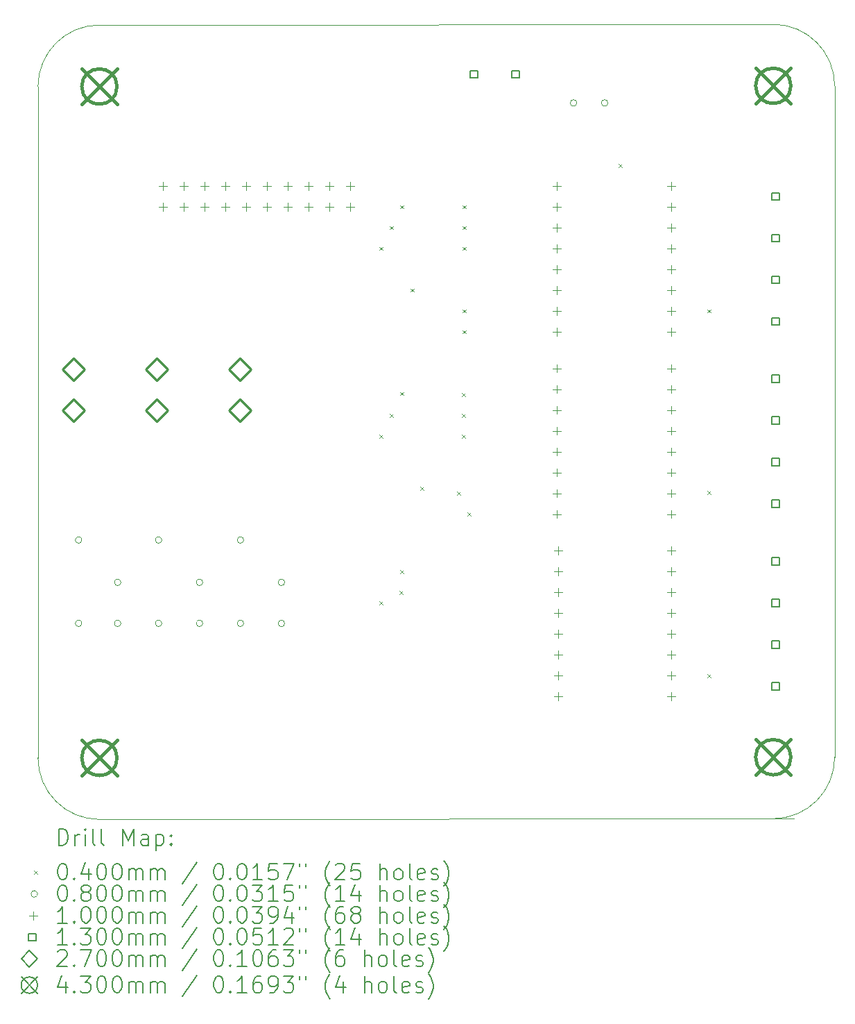
<source format=gbr>
%TF.GenerationSoftware,KiCad,Pcbnew,6.0.11+dfsg-1*%
%TF.CreationDate,2023-07-27T12:15:34+02:00*%
%TF.ProjectId,CartesianRobotElectricalDocs,43617274-6573-4696-916e-526f626f7445,rev?*%
%TF.SameCoordinates,Original*%
%TF.FileFunction,Drillmap*%
%TF.FilePolarity,Positive*%
%FSLAX45Y45*%
G04 Gerber Fmt 4.5, Leading zero omitted, Abs format (unit mm)*
G04 Created by KiCad (PCBNEW 6.0.11+dfsg-1) date 2023-07-27 12:15:34*
%MOMM*%
%LPD*%
G01*
G04 APERTURE LIST*
%ADD10C,0.100000*%
%ADD11C,0.200000*%
%ADD12C,0.040000*%
%ADD13C,0.080000*%
%ADD14C,0.130000*%
%ADD15C,0.270000*%
%ADD16C,0.430000*%
G04 APERTURE END LIST*
D10*
X11176000Y-3367000D02*
X19403200Y-3358600D01*
X10426000Y-12305070D02*
G75*
G03*
X11176000Y-13055070I750000J0D01*
G01*
X11176000Y-3367000D02*
G75*
G03*
X10426000Y-4117000I0J-750000D01*
G01*
X20153200Y-4108600D02*
X20153200Y-12296670D01*
X10426000Y-12305070D02*
X10426000Y-4117000D01*
X19657200Y-13046670D02*
X11176000Y-13055070D01*
X19403200Y-13046670D02*
G75*
G03*
X20153200Y-12296670I0J750000D01*
G01*
X20153200Y-4108600D02*
G75*
G03*
X19403200Y-3358600I-750000J0D01*
G01*
D11*
D12*
X14597000Y-6072500D02*
X14637000Y-6112500D01*
X14637000Y-6072500D02*
X14597000Y-6112500D01*
X14597000Y-8362000D02*
X14637000Y-8402000D01*
X14637000Y-8362000D02*
X14597000Y-8402000D01*
X14597000Y-10394000D02*
X14637000Y-10434000D01*
X14637000Y-10394000D02*
X14597000Y-10434000D01*
X14724000Y-5818500D02*
X14764000Y-5858500D01*
X14764000Y-5818500D02*
X14724000Y-5858500D01*
X14724000Y-8108000D02*
X14764000Y-8148000D01*
X14764000Y-8108000D02*
X14724000Y-8148000D01*
X14839000Y-10267000D02*
X14879000Y-10307000D01*
X14879000Y-10267000D02*
X14839000Y-10307000D01*
X14851000Y-5564500D02*
X14891000Y-5604500D01*
X14891000Y-5564500D02*
X14851000Y-5604500D01*
X14851000Y-7842000D02*
X14891000Y-7882000D01*
X14891000Y-7842000D02*
X14851000Y-7882000D01*
X14851000Y-10013000D02*
X14891000Y-10053000D01*
X14891000Y-10013000D02*
X14851000Y-10053000D01*
X14978000Y-6580500D02*
X15018000Y-6620500D01*
X15018000Y-6580500D02*
X14978000Y-6620500D01*
X15093000Y-8997000D02*
X15133000Y-9037000D01*
X15133000Y-8997000D02*
X15093000Y-9037000D01*
X15540040Y-9057960D02*
X15580040Y-9097960D01*
X15580040Y-9057960D02*
X15540040Y-9097960D01*
X15601000Y-7854000D02*
X15641000Y-7894000D01*
X15641000Y-7854000D02*
X15601000Y-7894000D01*
X15601000Y-8108000D02*
X15641000Y-8148000D01*
X15641000Y-8108000D02*
X15601000Y-8148000D01*
X15601000Y-8362000D02*
X15641000Y-8402000D01*
X15641000Y-8362000D02*
X15601000Y-8402000D01*
X15613000Y-5564500D02*
X15653000Y-5604500D01*
X15653000Y-5564500D02*
X15613000Y-5604500D01*
X15613000Y-5818500D02*
X15653000Y-5858500D01*
X15653000Y-5818500D02*
X15613000Y-5858500D01*
X15613000Y-6072500D02*
X15653000Y-6112500D01*
X15653000Y-6072500D02*
X15613000Y-6112500D01*
X15613000Y-6834500D02*
X15653000Y-6874500D01*
X15653000Y-6834500D02*
X15613000Y-6874500D01*
X15613000Y-7088500D02*
X15653000Y-7128500D01*
X15653000Y-7088500D02*
X15613000Y-7128500D01*
X15667040Y-9311960D02*
X15707040Y-9351960D01*
X15707040Y-9311960D02*
X15667040Y-9351960D01*
X17518000Y-5060000D02*
X17558000Y-5100000D01*
X17558000Y-5060000D02*
X17518000Y-5100000D01*
X18597500Y-6834500D02*
X18637500Y-6874500D01*
X18637500Y-6834500D02*
X18597500Y-6874500D01*
X18597500Y-9048500D02*
X18637500Y-9088500D01*
X18637500Y-9048500D02*
X18597500Y-9088500D01*
X18597500Y-11283000D02*
X18637500Y-11323000D01*
X18637500Y-11283000D02*
X18597500Y-11323000D01*
D13*
X10962000Y-9648000D02*
G75*
G03*
X10962000Y-9648000I-40000J0D01*
G01*
X10962000Y-10664000D02*
G75*
G03*
X10962000Y-10664000I-40000J0D01*
G01*
X11438500Y-10164000D02*
G75*
G03*
X11438500Y-10164000I-40000J0D01*
G01*
X11438500Y-10664000D02*
G75*
G03*
X11438500Y-10664000I-40000J0D01*
G01*
X11938500Y-9648000D02*
G75*
G03*
X11938500Y-9648000I-40000J0D01*
G01*
X11938500Y-10664000D02*
G75*
G03*
X11938500Y-10664000I-40000J0D01*
G01*
X12438500Y-10164000D02*
G75*
G03*
X12438500Y-10164000I-40000J0D01*
G01*
X12438500Y-10664000D02*
G75*
G03*
X12438500Y-10664000I-40000J0D01*
G01*
X12938500Y-9648000D02*
G75*
G03*
X12938500Y-9648000I-40000J0D01*
G01*
X12938500Y-10664000D02*
G75*
G03*
X12938500Y-10664000I-40000J0D01*
G01*
X13438500Y-10164000D02*
G75*
G03*
X13438500Y-10164000I-40000J0D01*
G01*
X13438500Y-10664000D02*
G75*
G03*
X13438500Y-10664000I-40000J0D01*
G01*
X17004735Y-4318000D02*
G75*
G03*
X17004735Y-4318000I-40000J0D01*
G01*
X17384735Y-4318000D02*
G75*
G03*
X17384735Y-4318000I-40000J0D01*
G01*
D10*
X11950000Y-5280500D02*
X11950000Y-5380500D01*
X11900000Y-5330500D02*
X12000000Y-5330500D01*
X11950000Y-5534500D02*
X11950000Y-5634500D01*
X11900000Y-5584500D02*
X12000000Y-5584500D01*
X12204000Y-5280500D02*
X12204000Y-5380500D01*
X12154000Y-5330500D02*
X12254000Y-5330500D01*
X12204000Y-5534500D02*
X12204000Y-5634500D01*
X12154000Y-5584500D02*
X12254000Y-5584500D01*
X12458000Y-5280500D02*
X12458000Y-5380500D01*
X12408000Y-5330500D02*
X12508000Y-5330500D01*
X12458000Y-5534500D02*
X12458000Y-5634500D01*
X12408000Y-5584500D02*
X12508000Y-5584500D01*
X12712000Y-5280500D02*
X12712000Y-5380500D01*
X12662000Y-5330500D02*
X12762000Y-5330500D01*
X12712000Y-5534500D02*
X12712000Y-5634500D01*
X12662000Y-5584500D02*
X12762000Y-5584500D01*
X12966000Y-5280500D02*
X12966000Y-5380500D01*
X12916000Y-5330500D02*
X13016000Y-5330500D01*
X12966000Y-5534500D02*
X12966000Y-5634500D01*
X12916000Y-5584500D02*
X13016000Y-5584500D01*
X13220000Y-5280500D02*
X13220000Y-5380500D01*
X13170000Y-5330500D02*
X13270000Y-5330500D01*
X13220000Y-5534500D02*
X13220000Y-5634500D01*
X13170000Y-5584500D02*
X13270000Y-5584500D01*
X13474000Y-5280500D02*
X13474000Y-5380500D01*
X13424000Y-5330500D02*
X13524000Y-5330500D01*
X13474000Y-5534500D02*
X13474000Y-5634500D01*
X13424000Y-5584500D02*
X13524000Y-5584500D01*
X13728000Y-5280500D02*
X13728000Y-5380500D01*
X13678000Y-5330500D02*
X13778000Y-5330500D01*
X13728000Y-5534500D02*
X13728000Y-5634500D01*
X13678000Y-5584500D02*
X13778000Y-5584500D01*
X13982000Y-5280500D02*
X13982000Y-5380500D01*
X13932000Y-5330500D02*
X14032000Y-5330500D01*
X13982000Y-5534500D02*
X13982000Y-5634500D01*
X13932000Y-5584500D02*
X14032000Y-5584500D01*
X14236000Y-5280500D02*
X14236000Y-5380500D01*
X14186000Y-5330500D02*
X14286000Y-5330500D01*
X14236000Y-5534500D02*
X14236000Y-5634500D01*
X14186000Y-5584500D02*
X14286000Y-5584500D01*
X16764000Y-5282000D02*
X16764000Y-5382000D01*
X16714000Y-5332000D02*
X16814000Y-5332000D01*
X16764000Y-5536000D02*
X16764000Y-5636000D01*
X16714000Y-5586000D02*
X16814000Y-5586000D01*
X16764000Y-5790000D02*
X16764000Y-5890000D01*
X16714000Y-5840000D02*
X16814000Y-5840000D01*
X16764000Y-6044000D02*
X16764000Y-6144000D01*
X16714000Y-6094000D02*
X16814000Y-6094000D01*
X16764000Y-6298000D02*
X16764000Y-6398000D01*
X16714000Y-6348000D02*
X16814000Y-6348000D01*
X16764000Y-6552000D02*
X16764000Y-6652000D01*
X16714000Y-6602000D02*
X16814000Y-6602000D01*
X16764000Y-6806000D02*
X16764000Y-6906000D01*
X16714000Y-6856000D02*
X16814000Y-6856000D01*
X16764000Y-7060000D02*
X16764000Y-7160000D01*
X16714000Y-7110000D02*
X16814000Y-7110000D01*
X16764000Y-7503960D02*
X16764000Y-7603960D01*
X16714000Y-7553960D02*
X16814000Y-7553960D01*
X16764000Y-7757960D02*
X16764000Y-7857960D01*
X16714000Y-7807960D02*
X16814000Y-7807960D01*
X16764000Y-8011960D02*
X16764000Y-8111960D01*
X16714000Y-8061960D02*
X16814000Y-8061960D01*
X16764000Y-8265960D02*
X16764000Y-8365960D01*
X16714000Y-8315960D02*
X16814000Y-8315960D01*
X16764000Y-8519960D02*
X16764000Y-8619960D01*
X16714000Y-8569960D02*
X16814000Y-8569960D01*
X16764000Y-8773960D02*
X16764000Y-8873960D01*
X16714000Y-8823960D02*
X16814000Y-8823960D01*
X16764000Y-9027960D02*
X16764000Y-9127960D01*
X16714000Y-9077960D02*
X16814000Y-9077960D01*
X16764000Y-9281960D02*
X16764000Y-9381960D01*
X16714000Y-9331960D02*
X16814000Y-9331960D01*
X16779240Y-9729000D02*
X16779240Y-9829000D01*
X16729240Y-9779000D02*
X16829240Y-9779000D01*
X16779240Y-9983000D02*
X16779240Y-10083000D01*
X16729240Y-10033000D02*
X16829240Y-10033000D01*
X16779240Y-10237000D02*
X16779240Y-10337000D01*
X16729240Y-10287000D02*
X16829240Y-10287000D01*
X16779240Y-10491000D02*
X16779240Y-10591000D01*
X16729240Y-10541000D02*
X16829240Y-10541000D01*
X16779240Y-10745000D02*
X16779240Y-10845000D01*
X16729240Y-10795000D02*
X16829240Y-10795000D01*
X16779240Y-10999000D02*
X16779240Y-11099000D01*
X16729240Y-11049000D02*
X16829240Y-11049000D01*
X16779240Y-11253000D02*
X16779240Y-11353000D01*
X16729240Y-11303000D02*
X16829240Y-11303000D01*
X16779240Y-11507000D02*
X16779240Y-11607000D01*
X16729240Y-11557000D02*
X16829240Y-11557000D01*
X18161000Y-5282000D02*
X18161000Y-5382000D01*
X18111000Y-5332000D02*
X18211000Y-5332000D01*
X18161000Y-5536000D02*
X18161000Y-5636000D01*
X18111000Y-5586000D02*
X18211000Y-5586000D01*
X18161000Y-5790000D02*
X18161000Y-5890000D01*
X18111000Y-5840000D02*
X18211000Y-5840000D01*
X18161000Y-6044000D02*
X18161000Y-6144000D01*
X18111000Y-6094000D02*
X18211000Y-6094000D01*
X18161000Y-6298000D02*
X18161000Y-6398000D01*
X18111000Y-6348000D02*
X18211000Y-6348000D01*
X18161000Y-6552000D02*
X18161000Y-6652000D01*
X18111000Y-6602000D02*
X18211000Y-6602000D01*
X18161000Y-6806000D02*
X18161000Y-6906000D01*
X18111000Y-6856000D02*
X18211000Y-6856000D01*
X18161000Y-7060000D02*
X18161000Y-7160000D01*
X18111000Y-7110000D02*
X18211000Y-7110000D01*
X18161000Y-7503960D02*
X18161000Y-7603960D01*
X18111000Y-7553960D02*
X18211000Y-7553960D01*
X18161000Y-7757960D02*
X18161000Y-7857960D01*
X18111000Y-7807960D02*
X18211000Y-7807960D01*
X18161000Y-8011960D02*
X18161000Y-8111960D01*
X18111000Y-8061960D02*
X18211000Y-8061960D01*
X18161000Y-8265960D02*
X18161000Y-8365960D01*
X18111000Y-8315960D02*
X18211000Y-8315960D01*
X18161000Y-8519960D02*
X18161000Y-8619960D01*
X18111000Y-8569960D02*
X18211000Y-8569960D01*
X18161000Y-8773960D02*
X18161000Y-8873960D01*
X18111000Y-8823960D02*
X18211000Y-8823960D01*
X18161000Y-9027960D02*
X18161000Y-9127960D01*
X18111000Y-9077960D02*
X18211000Y-9077960D01*
X18161000Y-9281960D02*
X18161000Y-9381960D01*
X18111000Y-9331960D02*
X18211000Y-9331960D01*
X18161000Y-9727500D02*
X18161000Y-9827500D01*
X18111000Y-9777500D02*
X18211000Y-9777500D01*
X18161000Y-9981500D02*
X18161000Y-10081500D01*
X18111000Y-10031500D02*
X18211000Y-10031500D01*
X18161000Y-10235500D02*
X18161000Y-10335500D01*
X18111000Y-10285500D02*
X18211000Y-10285500D01*
X18161000Y-10489500D02*
X18161000Y-10589500D01*
X18111000Y-10539500D02*
X18211000Y-10539500D01*
X18161000Y-10743500D02*
X18161000Y-10843500D01*
X18111000Y-10793500D02*
X18211000Y-10793500D01*
X18161000Y-10997500D02*
X18161000Y-11097500D01*
X18111000Y-11047500D02*
X18211000Y-11047500D01*
X18161000Y-11251500D02*
X18161000Y-11351500D01*
X18111000Y-11301500D02*
X18211000Y-11301500D01*
X18161000Y-11505500D02*
X18161000Y-11605500D01*
X18111000Y-11555500D02*
X18211000Y-11555500D01*
D14*
X15793462Y-4013462D02*
X15793462Y-3921538D01*
X15701538Y-3921538D01*
X15701538Y-4013462D01*
X15793462Y-4013462D01*
X16301462Y-4013462D02*
X16301462Y-3921538D01*
X16209538Y-3921538D01*
X16209538Y-4013462D01*
X16301462Y-4013462D01*
X19476962Y-5503462D02*
X19476962Y-5411538D01*
X19385038Y-5411538D01*
X19385038Y-5503462D01*
X19476962Y-5503462D01*
X19476962Y-6011462D02*
X19476962Y-5919538D01*
X19385038Y-5919538D01*
X19385038Y-6011462D01*
X19476962Y-6011462D01*
X19476962Y-6519462D02*
X19476962Y-6427538D01*
X19385038Y-6427538D01*
X19385038Y-6519462D01*
X19476962Y-6519462D01*
X19476962Y-7027462D02*
X19476962Y-6935538D01*
X19385038Y-6935538D01*
X19385038Y-7027462D01*
X19476962Y-7027462D01*
X19476962Y-7726922D02*
X19476962Y-7634998D01*
X19385038Y-7634998D01*
X19385038Y-7726922D01*
X19476962Y-7726922D01*
X19476962Y-8234922D02*
X19476962Y-8142998D01*
X19385038Y-8142998D01*
X19385038Y-8234922D01*
X19476962Y-8234922D01*
X19476962Y-8742922D02*
X19476962Y-8650998D01*
X19385038Y-8650998D01*
X19385038Y-8742922D01*
X19476962Y-8742922D01*
X19476962Y-9250922D02*
X19476962Y-9158998D01*
X19385038Y-9158998D01*
X19385038Y-9250922D01*
X19476962Y-9250922D01*
X19476962Y-9951962D02*
X19476962Y-9860038D01*
X19385038Y-9860038D01*
X19385038Y-9951962D01*
X19476962Y-9951962D01*
X19476962Y-10459962D02*
X19476962Y-10368038D01*
X19385038Y-10368038D01*
X19385038Y-10459962D01*
X19476962Y-10459962D01*
X19476962Y-10967962D02*
X19476962Y-10876038D01*
X19385038Y-10876038D01*
X19385038Y-10967962D01*
X19476962Y-10967962D01*
X19476962Y-11475962D02*
X19476962Y-11384038D01*
X19385038Y-11384038D01*
X19385038Y-11475962D01*
X19476962Y-11475962D01*
D15*
X10858500Y-7699500D02*
X10993500Y-7564500D01*
X10858500Y-7429500D01*
X10723500Y-7564500D01*
X10858500Y-7699500D01*
X10858500Y-8199500D02*
X10993500Y-8064500D01*
X10858500Y-7929500D01*
X10723500Y-8064500D01*
X10858500Y-8199500D01*
X11874500Y-7699500D02*
X12009500Y-7564500D01*
X11874500Y-7429500D01*
X11739500Y-7564500D01*
X11874500Y-7699500D01*
X11874500Y-8199500D02*
X12009500Y-8064500D01*
X11874500Y-7929500D01*
X11739500Y-8064500D01*
X11874500Y-8199500D01*
X12890500Y-7699500D02*
X13025500Y-7564500D01*
X12890500Y-7429500D01*
X12755500Y-7564500D01*
X12890500Y-7699500D01*
X12890500Y-8199500D02*
X13025500Y-8064500D01*
X12890500Y-7929500D01*
X12755500Y-8064500D01*
X12890500Y-8199500D01*
D16*
X10961000Y-3902000D02*
X11391000Y-4332000D01*
X11391000Y-3902000D02*
X10961000Y-4332000D01*
X11391000Y-4117000D02*
G75*
G03*
X11391000Y-4117000I-215000J0D01*
G01*
X10961000Y-12090070D02*
X11391000Y-12520070D01*
X11391000Y-12090070D02*
X10961000Y-12520070D01*
X11391000Y-12305070D02*
G75*
G03*
X11391000Y-12305070I-215000J0D01*
G01*
X19188200Y-3893600D02*
X19618200Y-4323600D01*
X19618200Y-3893600D02*
X19188200Y-4323600D01*
X19618200Y-4108600D02*
G75*
G03*
X19618200Y-4108600I-215000J0D01*
G01*
X19188200Y-12081670D02*
X19618200Y-12511670D01*
X19618200Y-12081670D02*
X19188200Y-12511670D01*
X19618200Y-12296670D02*
G75*
G03*
X19618200Y-12296670I-215000J0D01*
G01*
D11*
X10678619Y-13370546D02*
X10678619Y-13170546D01*
X10726238Y-13170546D01*
X10754810Y-13180070D01*
X10773857Y-13199117D01*
X10783381Y-13218165D01*
X10792905Y-13256260D01*
X10792905Y-13284832D01*
X10783381Y-13322927D01*
X10773857Y-13341975D01*
X10754810Y-13361022D01*
X10726238Y-13370546D01*
X10678619Y-13370546D01*
X10878619Y-13370546D02*
X10878619Y-13237213D01*
X10878619Y-13275308D02*
X10888143Y-13256260D01*
X10897667Y-13246736D01*
X10916714Y-13237213D01*
X10935762Y-13237213D01*
X11002429Y-13370546D02*
X11002429Y-13237213D01*
X11002429Y-13170546D02*
X10992905Y-13180070D01*
X11002429Y-13189594D01*
X11011952Y-13180070D01*
X11002429Y-13170546D01*
X11002429Y-13189594D01*
X11126238Y-13370546D02*
X11107190Y-13361022D01*
X11097667Y-13341975D01*
X11097667Y-13170546D01*
X11231000Y-13370546D02*
X11211952Y-13361022D01*
X11202428Y-13341975D01*
X11202428Y-13170546D01*
X11459571Y-13370546D02*
X11459571Y-13170546D01*
X11526238Y-13313403D01*
X11592905Y-13170546D01*
X11592905Y-13370546D01*
X11773857Y-13370546D02*
X11773857Y-13265784D01*
X11764333Y-13246736D01*
X11745286Y-13237213D01*
X11707190Y-13237213D01*
X11688143Y-13246736D01*
X11773857Y-13361022D02*
X11754809Y-13370546D01*
X11707190Y-13370546D01*
X11688143Y-13361022D01*
X11678619Y-13341975D01*
X11678619Y-13322927D01*
X11688143Y-13303879D01*
X11707190Y-13294356D01*
X11754809Y-13294356D01*
X11773857Y-13284832D01*
X11869095Y-13237213D02*
X11869095Y-13437213D01*
X11869095Y-13246736D02*
X11888143Y-13237213D01*
X11926238Y-13237213D01*
X11945286Y-13246736D01*
X11954809Y-13256260D01*
X11964333Y-13275308D01*
X11964333Y-13332451D01*
X11954809Y-13351498D01*
X11945286Y-13361022D01*
X11926238Y-13370546D01*
X11888143Y-13370546D01*
X11869095Y-13361022D01*
X12050048Y-13351498D02*
X12059571Y-13361022D01*
X12050048Y-13370546D01*
X12040524Y-13361022D01*
X12050048Y-13351498D01*
X12050048Y-13370546D01*
X12050048Y-13246736D02*
X12059571Y-13256260D01*
X12050048Y-13265784D01*
X12040524Y-13256260D01*
X12050048Y-13246736D01*
X12050048Y-13265784D01*
D12*
X10381000Y-13680070D02*
X10421000Y-13720070D01*
X10421000Y-13680070D02*
X10381000Y-13720070D01*
D11*
X10716714Y-13590546D02*
X10735762Y-13590546D01*
X10754810Y-13600070D01*
X10764333Y-13609594D01*
X10773857Y-13628641D01*
X10783381Y-13666736D01*
X10783381Y-13714356D01*
X10773857Y-13752451D01*
X10764333Y-13771498D01*
X10754810Y-13781022D01*
X10735762Y-13790546D01*
X10716714Y-13790546D01*
X10697667Y-13781022D01*
X10688143Y-13771498D01*
X10678619Y-13752451D01*
X10669095Y-13714356D01*
X10669095Y-13666736D01*
X10678619Y-13628641D01*
X10688143Y-13609594D01*
X10697667Y-13600070D01*
X10716714Y-13590546D01*
X10869095Y-13771498D02*
X10878619Y-13781022D01*
X10869095Y-13790546D01*
X10859571Y-13781022D01*
X10869095Y-13771498D01*
X10869095Y-13790546D01*
X11050048Y-13657213D02*
X11050048Y-13790546D01*
X11002429Y-13581022D02*
X10954810Y-13723879D01*
X11078619Y-13723879D01*
X11192905Y-13590546D02*
X11211952Y-13590546D01*
X11231000Y-13600070D01*
X11240524Y-13609594D01*
X11250048Y-13628641D01*
X11259571Y-13666736D01*
X11259571Y-13714356D01*
X11250048Y-13752451D01*
X11240524Y-13771498D01*
X11231000Y-13781022D01*
X11211952Y-13790546D01*
X11192905Y-13790546D01*
X11173857Y-13781022D01*
X11164333Y-13771498D01*
X11154810Y-13752451D01*
X11145286Y-13714356D01*
X11145286Y-13666736D01*
X11154810Y-13628641D01*
X11164333Y-13609594D01*
X11173857Y-13600070D01*
X11192905Y-13590546D01*
X11383381Y-13590546D02*
X11402428Y-13590546D01*
X11421476Y-13600070D01*
X11431000Y-13609594D01*
X11440524Y-13628641D01*
X11450048Y-13666736D01*
X11450048Y-13714356D01*
X11440524Y-13752451D01*
X11431000Y-13771498D01*
X11421476Y-13781022D01*
X11402428Y-13790546D01*
X11383381Y-13790546D01*
X11364333Y-13781022D01*
X11354809Y-13771498D01*
X11345286Y-13752451D01*
X11335762Y-13714356D01*
X11335762Y-13666736D01*
X11345286Y-13628641D01*
X11354809Y-13609594D01*
X11364333Y-13600070D01*
X11383381Y-13590546D01*
X11535762Y-13790546D02*
X11535762Y-13657213D01*
X11535762Y-13676260D02*
X11545286Y-13666736D01*
X11564333Y-13657213D01*
X11592905Y-13657213D01*
X11611952Y-13666736D01*
X11621476Y-13685784D01*
X11621476Y-13790546D01*
X11621476Y-13685784D02*
X11631000Y-13666736D01*
X11650048Y-13657213D01*
X11678619Y-13657213D01*
X11697667Y-13666736D01*
X11707190Y-13685784D01*
X11707190Y-13790546D01*
X11802428Y-13790546D02*
X11802428Y-13657213D01*
X11802428Y-13676260D02*
X11811952Y-13666736D01*
X11831000Y-13657213D01*
X11859571Y-13657213D01*
X11878619Y-13666736D01*
X11888143Y-13685784D01*
X11888143Y-13790546D01*
X11888143Y-13685784D02*
X11897667Y-13666736D01*
X11916714Y-13657213D01*
X11945286Y-13657213D01*
X11964333Y-13666736D01*
X11973857Y-13685784D01*
X11973857Y-13790546D01*
X12364333Y-13581022D02*
X12192905Y-13838165D01*
X12621476Y-13590546D02*
X12640524Y-13590546D01*
X12659571Y-13600070D01*
X12669095Y-13609594D01*
X12678619Y-13628641D01*
X12688143Y-13666736D01*
X12688143Y-13714356D01*
X12678619Y-13752451D01*
X12669095Y-13771498D01*
X12659571Y-13781022D01*
X12640524Y-13790546D01*
X12621476Y-13790546D01*
X12602428Y-13781022D01*
X12592905Y-13771498D01*
X12583381Y-13752451D01*
X12573857Y-13714356D01*
X12573857Y-13666736D01*
X12583381Y-13628641D01*
X12592905Y-13609594D01*
X12602428Y-13600070D01*
X12621476Y-13590546D01*
X12773857Y-13771498D02*
X12783381Y-13781022D01*
X12773857Y-13790546D01*
X12764333Y-13781022D01*
X12773857Y-13771498D01*
X12773857Y-13790546D01*
X12907190Y-13590546D02*
X12926238Y-13590546D01*
X12945286Y-13600070D01*
X12954809Y-13609594D01*
X12964333Y-13628641D01*
X12973857Y-13666736D01*
X12973857Y-13714356D01*
X12964333Y-13752451D01*
X12954809Y-13771498D01*
X12945286Y-13781022D01*
X12926238Y-13790546D01*
X12907190Y-13790546D01*
X12888143Y-13781022D01*
X12878619Y-13771498D01*
X12869095Y-13752451D01*
X12859571Y-13714356D01*
X12859571Y-13666736D01*
X12869095Y-13628641D01*
X12878619Y-13609594D01*
X12888143Y-13600070D01*
X12907190Y-13590546D01*
X13164333Y-13790546D02*
X13050048Y-13790546D01*
X13107190Y-13790546D02*
X13107190Y-13590546D01*
X13088143Y-13619117D01*
X13069095Y-13638165D01*
X13050048Y-13647689D01*
X13345286Y-13590546D02*
X13250048Y-13590546D01*
X13240524Y-13685784D01*
X13250048Y-13676260D01*
X13269095Y-13666736D01*
X13316714Y-13666736D01*
X13335762Y-13676260D01*
X13345286Y-13685784D01*
X13354809Y-13704832D01*
X13354809Y-13752451D01*
X13345286Y-13771498D01*
X13335762Y-13781022D01*
X13316714Y-13790546D01*
X13269095Y-13790546D01*
X13250048Y-13781022D01*
X13240524Y-13771498D01*
X13421476Y-13590546D02*
X13554809Y-13590546D01*
X13469095Y-13790546D01*
X13621476Y-13590546D02*
X13621476Y-13628641D01*
X13697667Y-13590546D02*
X13697667Y-13628641D01*
X13992905Y-13866736D02*
X13983381Y-13857213D01*
X13964333Y-13828641D01*
X13954809Y-13809594D01*
X13945286Y-13781022D01*
X13935762Y-13733403D01*
X13935762Y-13695308D01*
X13945286Y-13647689D01*
X13954809Y-13619117D01*
X13964333Y-13600070D01*
X13983381Y-13571498D01*
X13992905Y-13561975D01*
X14059571Y-13609594D02*
X14069095Y-13600070D01*
X14088143Y-13590546D01*
X14135762Y-13590546D01*
X14154809Y-13600070D01*
X14164333Y-13609594D01*
X14173857Y-13628641D01*
X14173857Y-13647689D01*
X14164333Y-13676260D01*
X14050048Y-13790546D01*
X14173857Y-13790546D01*
X14354809Y-13590546D02*
X14259571Y-13590546D01*
X14250048Y-13685784D01*
X14259571Y-13676260D01*
X14278619Y-13666736D01*
X14326238Y-13666736D01*
X14345286Y-13676260D01*
X14354809Y-13685784D01*
X14364333Y-13704832D01*
X14364333Y-13752451D01*
X14354809Y-13771498D01*
X14345286Y-13781022D01*
X14326238Y-13790546D01*
X14278619Y-13790546D01*
X14259571Y-13781022D01*
X14250048Y-13771498D01*
X14602428Y-13790546D02*
X14602428Y-13590546D01*
X14688143Y-13790546D02*
X14688143Y-13685784D01*
X14678619Y-13666736D01*
X14659571Y-13657213D01*
X14631000Y-13657213D01*
X14611952Y-13666736D01*
X14602428Y-13676260D01*
X14811952Y-13790546D02*
X14792905Y-13781022D01*
X14783381Y-13771498D01*
X14773857Y-13752451D01*
X14773857Y-13695308D01*
X14783381Y-13676260D01*
X14792905Y-13666736D01*
X14811952Y-13657213D01*
X14840524Y-13657213D01*
X14859571Y-13666736D01*
X14869095Y-13676260D01*
X14878619Y-13695308D01*
X14878619Y-13752451D01*
X14869095Y-13771498D01*
X14859571Y-13781022D01*
X14840524Y-13790546D01*
X14811952Y-13790546D01*
X14992905Y-13790546D02*
X14973857Y-13781022D01*
X14964333Y-13761975D01*
X14964333Y-13590546D01*
X15145286Y-13781022D02*
X15126238Y-13790546D01*
X15088143Y-13790546D01*
X15069095Y-13781022D01*
X15059571Y-13761975D01*
X15059571Y-13685784D01*
X15069095Y-13666736D01*
X15088143Y-13657213D01*
X15126238Y-13657213D01*
X15145286Y-13666736D01*
X15154809Y-13685784D01*
X15154809Y-13704832D01*
X15059571Y-13723879D01*
X15231000Y-13781022D02*
X15250048Y-13790546D01*
X15288143Y-13790546D01*
X15307190Y-13781022D01*
X15316714Y-13761975D01*
X15316714Y-13752451D01*
X15307190Y-13733403D01*
X15288143Y-13723879D01*
X15259571Y-13723879D01*
X15240524Y-13714356D01*
X15231000Y-13695308D01*
X15231000Y-13685784D01*
X15240524Y-13666736D01*
X15259571Y-13657213D01*
X15288143Y-13657213D01*
X15307190Y-13666736D01*
X15383381Y-13866736D02*
X15392905Y-13857213D01*
X15411952Y-13828641D01*
X15421476Y-13809594D01*
X15431000Y-13781022D01*
X15440524Y-13733403D01*
X15440524Y-13695308D01*
X15431000Y-13647689D01*
X15421476Y-13619117D01*
X15411952Y-13600070D01*
X15392905Y-13571498D01*
X15383381Y-13561975D01*
D13*
X10421000Y-13964070D02*
G75*
G03*
X10421000Y-13964070I-40000J0D01*
G01*
D11*
X10716714Y-13854546D02*
X10735762Y-13854546D01*
X10754810Y-13864070D01*
X10764333Y-13873594D01*
X10773857Y-13892641D01*
X10783381Y-13930736D01*
X10783381Y-13978356D01*
X10773857Y-14016451D01*
X10764333Y-14035498D01*
X10754810Y-14045022D01*
X10735762Y-14054546D01*
X10716714Y-14054546D01*
X10697667Y-14045022D01*
X10688143Y-14035498D01*
X10678619Y-14016451D01*
X10669095Y-13978356D01*
X10669095Y-13930736D01*
X10678619Y-13892641D01*
X10688143Y-13873594D01*
X10697667Y-13864070D01*
X10716714Y-13854546D01*
X10869095Y-14035498D02*
X10878619Y-14045022D01*
X10869095Y-14054546D01*
X10859571Y-14045022D01*
X10869095Y-14035498D01*
X10869095Y-14054546D01*
X10992905Y-13940260D02*
X10973857Y-13930736D01*
X10964333Y-13921213D01*
X10954810Y-13902165D01*
X10954810Y-13892641D01*
X10964333Y-13873594D01*
X10973857Y-13864070D01*
X10992905Y-13854546D01*
X11031000Y-13854546D01*
X11050048Y-13864070D01*
X11059571Y-13873594D01*
X11069095Y-13892641D01*
X11069095Y-13902165D01*
X11059571Y-13921213D01*
X11050048Y-13930736D01*
X11031000Y-13940260D01*
X10992905Y-13940260D01*
X10973857Y-13949784D01*
X10964333Y-13959308D01*
X10954810Y-13978356D01*
X10954810Y-14016451D01*
X10964333Y-14035498D01*
X10973857Y-14045022D01*
X10992905Y-14054546D01*
X11031000Y-14054546D01*
X11050048Y-14045022D01*
X11059571Y-14035498D01*
X11069095Y-14016451D01*
X11069095Y-13978356D01*
X11059571Y-13959308D01*
X11050048Y-13949784D01*
X11031000Y-13940260D01*
X11192905Y-13854546D02*
X11211952Y-13854546D01*
X11231000Y-13864070D01*
X11240524Y-13873594D01*
X11250048Y-13892641D01*
X11259571Y-13930736D01*
X11259571Y-13978356D01*
X11250048Y-14016451D01*
X11240524Y-14035498D01*
X11231000Y-14045022D01*
X11211952Y-14054546D01*
X11192905Y-14054546D01*
X11173857Y-14045022D01*
X11164333Y-14035498D01*
X11154810Y-14016451D01*
X11145286Y-13978356D01*
X11145286Y-13930736D01*
X11154810Y-13892641D01*
X11164333Y-13873594D01*
X11173857Y-13864070D01*
X11192905Y-13854546D01*
X11383381Y-13854546D02*
X11402428Y-13854546D01*
X11421476Y-13864070D01*
X11431000Y-13873594D01*
X11440524Y-13892641D01*
X11450048Y-13930736D01*
X11450048Y-13978356D01*
X11440524Y-14016451D01*
X11431000Y-14035498D01*
X11421476Y-14045022D01*
X11402428Y-14054546D01*
X11383381Y-14054546D01*
X11364333Y-14045022D01*
X11354809Y-14035498D01*
X11345286Y-14016451D01*
X11335762Y-13978356D01*
X11335762Y-13930736D01*
X11345286Y-13892641D01*
X11354809Y-13873594D01*
X11364333Y-13864070D01*
X11383381Y-13854546D01*
X11535762Y-14054546D02*
X11535762Y-13921213D01*
X11535762Y-13940260D02*
X11545286Y-13930736D01*
X11564333Y-13921213D01*
X11592905Y-13921213D01*
X11611952Y-13930736D01*
X11621476Y-13949784D01*
X11621476Y-14054546D01*
X11621476Y-13949784D02*
X11631000Y-13930736D01*
X11650048Y-13921213D01*
X11678619Y-13921213D01*
X11697667Y-13930736D01*
X11707190Y-13949784D01*
X11707190Y-14054546D01*
X11802428Y-14054546D02*
X11802428Y-13921213D01*
X11802428Y-13940260D02*
X11811952Y-13930736D01*
X11831000Y-13921213D01*
X11859571Y-13921213D01*
X11878619Y-13930736D01*
X11888143Y-13949784D01*
X11888143Y-14054546D01*
X11888143Y-13949784D02*
X11897667Y-13930736D01*
X11916714Y-13921213D01*
X11945286Y-13921213D01*
X11964333Y-13930736D01*
X11973857Y-13949784D01*
X11973857Y-14054546D01*
X12364333Y-13845022D02*
X12192905Y-14102165D01*
X12621476Y-13854546D02*
X12640524Y-13854546D01*
X12659571Y-13864070D01*
X12669095Y-13873594D01*
X12678619Y-13892641D01*
X12688143Y-13930736D01*
X12688143Y-13978356D01*
X12678619Y-14016451D01*
X12669095Y-14035498D01*
X12659571Y-14045022D01*
X12640524Y-14054546D01*
X12621476Y-14054546D01*
X12602428Y-14045022D01*
X12592905Y-14035498D01*
X12583381Y-14016451D01*
X12573857Y-13978356D01*
X12573857Y-13930736D01*
X12583381Y-13892641D01*
X12592905Y-13873594D01*
X12602428Y-13864070D01*
X12621476Y-13854546D01*
X12773857Y-14035498D02*
X12783381Y-14045022D01*
X12773857Y-14054546D01*
X12764333Y-14045022D01*
X12773857Y-14035498D01*
X12773857Y-14054546D01*
X12907190Y-13854546D02*
X12926238Y-13854546D01*
X12945286Y-13864070D01*
X12954809Y-13873594D01*
X12964333Y-13892641D01*
X12973857Y-13930736D01*
X12973857Y-13978356D01*
X12964333Y-14016451D01*
X12954809Y-14035498D01*
X12945286Y-14045022D01*
X12926238Y-14054546D01*
X12907190Y-14054546D01*
X12888143Y-14045022D01*
X12878619Y-14035498D01*
X12869095Y-14016451D01*
X12859571Y-13978356D01*
X12859571Y-13930736D01*
X12869095Y-13892641D01*
X12878619Y-13873594D01*
X12888143Y-13864070D01*
X12907190Y-13854546D01*
X13040524Y-13854546D02*
X13164333Y-13854546D01*
X13097667Y-13930736D01*
X13126238Y-13930736D01*
X13145286Y-13940260D01*
X13154809Y-13949784D01*
X13164333Y-13968832D01*
X13164333Y-14016451D01*
X13154809Y-14035498D01*
X13145286Y-14045022D01*
X13126238Y-14054546D01*
X13069095Y-14054546D01*
X13050048Y-14045022D01*
X13040524Y-14035498D01*
X13354809Y-14054546D02*
X13240524Y-14054546D01*
X13297667Y-14054546D02*
X13297667Y-13854546D01*
X13278619Y-13883117D01*
X13259571Y-13902165D01*
X13240524Y-13911689D01*
X13535762Y-13854546D02*
X13440524Y-13854546D01*
X13431000Y-13949784D01*
X13440524Y-13940260D01*
X13459571Y-13930736D01*
X13507190Y-13930736D01*
X13526238Y-13940260D01*
X13535762Y-13949784D01*
X13545286Y-13968832D01*
X13545286Y-14016451D01*
X13535762Y-14035498D01*
X13526238Y-14045022D01*
X13507190Y-14054546D01*
X13459571Y-14054546D01*
X13440524Y-14045022D01*
X13431000Y-14035498D01*
X13621476Y-13854546D02*
X13621476Y-13892641D01*
X13697667Y-13854546D02*
X13697667Y-13892641D01*
X13992905Y-14130736D02*
X13983381Y-14121213D01*
X13964333Y-14092641D01*
X13954809Y-14073594D01*
X13945286Y-14045022D01*
X13935762Y-13997403D01*
X13935762Y-13959308D01*
X13945286Y-13911689D01*
X13954809Y-13883117D01*
X13964333Y-13864070D01*
X13983381Y-13835498D01*
X13992905Y-13825975D01*
X14173857Y-14054546D02*
X14059571Y-14054546D01*
X14116714Y-14054546D02*
X14116714Y-13854546D01*
X14097667Y-13883117D01*
X14078619Y-13902165D01*
X14059571Y-13911689D01*
X14345286Y-13921213D02*
X14345286Y-14054546D01*
X14297667Y-13845022D02*
X14250048Y-13987879D01*
X14373857Y-13987879D01*
X14602428Y-14054546D02*
X14602428Y-13854546D01*
X14688143Y-14054546D02*
X14688143Y-13949784D01*
X14678619Y-13930736D01*
X14659571Y-13921213D01*
X14631000Y-13921213D01*
X14611952Y-13930736D01*
X14602428Y-13940260D01*
X14811952Y-14054546D02*
X14792905Y-14045022D01*
X14783381Y-14035498D01*
X14773857Y-14016451D01*
X14773857Y-13959308D01*
X14783381Y-13940260D01*
X14792905Y-13930736D01*
X14811952Y-13921213D01*
X14840524Y-13921213D01*
X14859571Y-13930736D01*
X14869095Y-13940260D01*
X14878619Y-13959308D01*
X14878619Y-14016451D01*
X14869095Y-14035498D01*
X14859571Y-14045022D01*
X14840524Y-14054546D01*
X14811952Y-14054546D01*
X14992905Y-14054546D02*
X14973857Y-14045022D01*
X14964333Y-14025975D01*
X14964333Y-13854546D01*
X15145286Y-14045022D02*
X15126238Y-14054546D01*
X15088143Y-14054546D01*
X15069095Y-14045022D01*
X15059571Y-14025975D01*
X15059571Y-13949784D01*
X15069095Y-13930736D01*
X15088143Y-13921213D01*
X15126238Y-13921213D01*
X15145286Y-13930736D01*
X15154809Y-13949784D01*
X15154809Y-13968832D01*
X15059571Y-13987879D01*
X15231000Y-14045022D02*
X15250048Y-14054546D01*
X15288143Y-14054546D01*
X15307190Y-14045022D01*
X15316714Y-14025975D01*
X15316714Y-14016451D01*
X15307190Y-13997403D01*
X15288143Y-13987879D01*
X15259571Y-13987879D01*
X15240524Y-13978356D01*
X15231000Y-13959308D01*
X15231000Y-13949784D01*
X15240524Y-13930736D01*
X15259571Y-13921213D01*
X15288143Y-13921213D01*
X15307190Y-13930736D01*
X15383381Y-14130736D02*
X15392905Y-14121213D01*
X15411952Y-14092641D01*
X15421476Y-14073594D01*
X15431000Y-14045022D01*
X15440524Y-13997403D01*
X15440524Y-13959308D01*
X15431000Y-13911689D01*
X15421476Y-13883117D01*
X15411952Y-13864070D01*
X15392905Y-13835498D01*
X15383381Y-13825975D01*
D10*
X10371000Y-14178070D02*
X10371000Y-14278070D01*
X10321000Y-14228070D02*
X10421000Y-14228070D01*
D11*
X10783381Y-14318546D02*
X10669095Y-14318546D01*
X10726238Y-14318546D02*
X10726238Y-14118546D01*
X10707190Y-14147117D01*
X10688143Y-14166165D01*
X10669095Y-14175689D01*
X10869095Y-14299498D02*
X10878619Y-14309022D01*
X10869095Y-14318546D01*
X10859571Y-14309022D01*
X10869095Y-14299498D01*
X10869095Y-14318546D01*
X11002429Y-14118546D02*
X11021476Y-14118546D01*
X11040524Y-14128070D01*
X11050048Y-14137594D01*
X11059571Y-14156641D01*
X11069095Y-14194736D01*
X11069095Y-14242356D01*
X11059571Y-14280451D01*
X11050048Y-14299498D01*
X11040524Y-14309022D01*
X11021476Y-14318546D01*
X11002429Y-14318546D01*
X10983381Y-14309022D01*
X10973857Y-14299498D01*
X10964333Y-14280451D01*
X10954810Y-14242356D01*
X10954810Y-14194736D01*
X10964333Y-14156641D01*
X10973857Y-14137594D01*
X10983381Y-14128070D01*
X11002429Y-14118546D01*
X11192905Y-14118546D02*
X11211952Y-14118546D01*
X11231000Y-14128070D01*
X11240524Y-14137594D01*
X11250048Y-14156641D01*
X11259571Y-14194736D01*
X11259571Y-14242356D01*
X11250048Y-14280451D01*
X11240524Y-14299498D01*
X11231000Y-14309022D01*
X11211952Y-14318546D01*
X11192905Y-14318546D01*
X11173857Y-14309022D01*
X11164333Y-14299498D01*
X11154810Y-14280451D01*
X11145286Y-14242356D01*
X11145286Y-14194736D01*
X11154810Y-14156641D01*
X11164333Y-14137594D01*
X11173857Y-14128070D01*
X11192905Y-14118546D01*
X11383381Y-14118546D02*
X11402428Y-14118546D01*
X11421476Y-14128070D01*
X11431000Y-14137594D01*
X11440524Y-14156641D01*
X11450048Y-14194736D01*
X11450048Y-14242356D01*
X11440524Y-14280451D01*
X11431000Y-14299498D01*
X11421476Y-14309022D01*
X11402428Y-14318546D01*
X11383381Y-14318546D01*
X11364333Y-14309022D01*
X11354809Y-14299498D01*
X11345286Y-14280451D01*
X11335762Y-14242356D01*
X11335762Y-14194736D01*
X11345286Y-14156641D01*
X11354809Y-14137594D01*
X11364333Y-14128070D01*
X11383381Y-14118546D01*
X11535762Y-14318546D02*
X11535762Y-14185213D01*
X11535762Y-14204260D02*
X11545286Y-14194736D01*
X11564333Y-14185213D01*
X11592905Y-14185213D01*
X11611952Y-14194736D01*
X11621476Y-14213784D01*
X11621476Y-14318546D01*
X11621476Y-14213784D02*
X11631000Y-14194736D01*
X11650048Y-14185213D01*
X11678619Y-14185213D01*
X11697667Y-14194736D01*
X11707190Y-14213784D01*
X11707190Y-14318546D01*
X11802428Y-14318546D02*
X11802428Y-14185213D01*
X11802428Y-14204260D02*
X11811952Y-14194736D01*
X11831000Y-14185213D01*
X11859571Y-14185213D01*
X11878619Y-14194736D01*
X11888143Y-14213784D01*
X11888143Y-14318546D01*
X11888143Y-14213784D02*
X11897667Y-14194736D01*
X11916714Y-14185213D01*
X11945286Y-14185213D01*
X11964333Y-14194736D01*
X11973857Y-14213784D01*
X11973857Y-14318546D01*
X12364333Y-14109022D02*
X12192905Y-14366165D01*
X12621476Y-14118546D02*
X12640524Y-14118546D01*
X12659571Y-14128070D01*
X12669095Y-14137594D01*
X12678619Y-14156641D01*
X12688143Y-14194736D01*
X12688143Y-14242356D01*
X12678619Y-14280451D01*
X12669095Y-14299498D01*
X12659571Y-14309022D01*
X12640524Y-14318546D01*
X12621476Y-14318546D01*
X12602428Y-14309022D01*
X12592905Y-14299498D01*
X12583381Y-14280451D01*
X12573857Y-14242356D01*
X12573857Y-14194736D01*
X12583381Y-14156641D01*
X12592905Y-14137594D01*
X12602428Y-14128070D01*
X12621476Y-14118546D01*
X12773857Y-14299498D02*
X12783381Y-14309022D01*
X12773857Y-14318546D01*
X12764333Y-14309022D01*
X12773857Y-14299498D01*
X12773857Y-14318546D01*
X12907190Y-14118546D02*
X12926238Y-14118546D01*
X12945286Y-14128070D01*
X12954809Y-14137594D01*
X12964333Y-14156641D01*
X12973857Y-14194736D01*
X12973857Y-14242356D01*
X12964333Y-14280451D01*
X12954809Y-14299498D01*
X12945286Y-14309022D01*
X12926238Y-14318546D01*
X12907190Y-14318546D01*
X12888143Y-14309022D01*
X12878619Y-14299498D01*
X12869095Y-14280451D01*
X12859571Y-14242356D01*
X12859571Y-14194736D01*
X12869095Y-14156641D01*
X12878619Y-14137594D01*
X12888143Y-14128070D01*
X12907190Y-14118546D01*
X13040524Y-14118546D02*
X13164333Y-14118546D01*
X13097667Y-14194736D01*
X13126238Y-14194736D01*
X13145286Y-14204260D01*
X13154809Y-14213784D01*
X13164333Y-14232832D01*
X13164333Y-14280451D01*
X13154809Y-14299498D01*
X13145286Y-14309022D01*
X13126238Y-14318546D01*
X13069095Y-14318546D01*
X13050048Y-14309022D01*
X13040524Y-14299498D01*
X13259571Y-14318546D02*
X13297667Y-14318546D01*
X13316714Y-14309022D01*
X13326238Y-14299498D01*
X13345286Y-14270927D01*
X13354809Y-14232832D01*
X13354809Y-14156641D01*
X13345286Y-14137594D01*
X13335762Y-14128070D01*
X13316714Y-14118546D01*
X13278619Y-14118546D01*
X13259571Y-14128070D01*
X13250048Y-14137594D01*
X13240524Y-14156641D01*
X13240524Y-14204260D01*
X13250048Y-14223308D01*
X13259571Y-14232832D01*
X13278619Y-14242356D01*
X13316714Y-14242356D01*
X13335762Y-14232832D01*
X13345286Y-14223308D01*
X13354809Y-14204260D01*
X13526238Y-14185213D02*
X13526238Y-14318546D01*
X13478619Y-14109022D02*
X13431000Y-14251879D01*
X13554809Y-14251879D01*
X13621476Y-14118546D02*
X13621476Y-14156641D01*
X13697667Y-14118546D02*
X13697667Y-14156641D01*
X13992905Y-14394736D02*
X13983381Y-14385213D01*
X13964333Y-14356641D01*
X13954809Y-14337594D01*
X13945286Y-14309022D01*
X13935762Y-14261403D01*
X13935762Y-14223308D01*
X13945286Y-14175689D01*
X13954809Y-14147117D01*
X13964333Y-14128070D01*
X13983381Y-14099498D01*
X13992905Y-14089975D01*
X14154809Y-14118546D02*
X14116714Y-14118546D01*
X14097667Y-14128070D01*
X14088143Y-14137594D01*
X14069095Y-14166165D01*
X14059571Y-14204260D01*
X14059571Y-14280451D01*
X14069095Y-14299498D01*
X14078619Y-14309022D01*
X14097667Y-14318546D01*
X14135762Y-14318546D01*
X14154809Y-14309022D01*
X14164333Y-14299498D01*
X14173857Y-14280451D01*
X14173857Y-14232832D01*
X14164333Y-14213784D01*
X14154809Y-14204260D01*
X14135762Y-14194736D01*
X14097667Y-14194736D01*
X14078619Y-14204260D01*
X14069095Y-14213784D01*
X14059571Y-14232832D01*
X14288143Y-14204260D02*
X14269095Y-14194736D01*
X14259571Y-14185213D01*
X14250048Y-14166165D01*
X14250048Y-14156641D01*
X14259571Y-14137594D01*
X14269095Y-14128070D01*
X14288143Y-14118546D01*
X14326238Y-14118546D01*
X14345286Y-14128070D01*
X14354809Y-14137594D01*
X14364333Y-14156641D01*
X14364333Y-14166165D01*
X14354809Y-14185213D01*
X14345286Y-14194736D01*
X14326238Y-14204260D01*
X14288143Y-14204260D01*
X14269095Y-14213784D01*
X14259571Y-14223308D01*
X14250048Y-14242356D01*
X14250048Y-14280451D01*
X14259571Y-14299498D01*
X14269095Y-14309022D01*
X14288143Y-14318546D01*
X14326238Y-14318546D01*
X14345286Y-14309022D01*
X14354809Y-14299498D01*
X14364333Y-14280451D01*
X14364333Y-14242356D01*
X14354809Y-14223308D01*
X14345286Y-14213784D01*
X14326238Y-14204260D01*
X14602428Y-14318546D02*
X14602428Y-14118546D01*
X14688143Y-14318546D02*
X14688143Y-14213784D01*
X14678619Y-14194736D01*
X14659571Y-14185213D01*
X14631000Y-14185213D01*
X14611952Y-14194736D01*
X14602428Y-14204260D01*
X14811952Y-14318546D02*
X14792905Y-14309022D01*
X14783381Y-14299498D01*
X14773857Y-14280451D01*
X14773857Y-14223308D01*
X14783381Y-14204260D01*
X14792905Y-14194736D01*
X14811952Y-14185213D01*
X14840524Y-14185213D01*
X14859571Y-14194736D01*
X14869095Y-14204260D01*
X14878619Y-14223308D01*
X14878619Y-14280451D01*
X14869095Y-14299498D01*
X14859571Y-14309022D01*
X14840524Y-14318546D01*
X14811952Y-14318546D01*
X14992905Y-14318546D02*
X14973857Y-14309022D01*
X14964333Y-14289975D01*
X14964333Y-14118546D01*
X15145286Y-14309022D02*
X15126238Y-14318546D01*
X15088143Y-14318546D01*
X15069095Y-14309022D01*
X15059571Y-14289975D01*
X15059571Y-14213784D01*
X15069095Y-14194736D01*
X15088143Y-14185213D01*
X15126238Y-14185213D01*
X15145286Y-14194736D01*
X15154809Y-14213784D01*
X15154809Y-14232832D01*
X15059571Y-14251879D01*
X15231000Y-14309022D02*
X15250048Y-14318546D01*
X15288143Y-14318546D01*
X15307190Y-14309022D01*
X15316714Y-14289975D01*
X15316714Y-14280451D01*
X15307190Y-14261403D01*
X15288143Y-14251879D01*
X15259571Y-14251879D01*
X15240524Y-14242356D01*
X15231000Y-14223308D01*
X15231000Y-14213784D01*
X15240524Y-14194736D01*
X15259571Y-14185213D01*
X15288143Y-14185213D01*
X15307190Y-14194736D01*
X15383381Y-14394736D02*
X15392905Y-14385213D01*
X15411952Y-14356641D01*
X15421476Y-14337594D01*
X15431000Y-14309022D01*
X15440524Y-14261403D01*
X15440524Y-14223308D01*
X15431000Y-14175689D01*
X15421476Y-14147117D01*
X15411952Y-14128070D01*
X15392905Y-14099498D01*
X15383381Y-14089975D01*
D14*
X10401962Y-14538032D02*
X10401962Y-14446107D01*
X10310038Y-14446107D01*
X10310038Y-14538032D01*
X10401962Y-14538032D01*
D11*
X10783381Y-14582546D02*
X10669095Y-14582546D01*
X10726238Y-14582546D02*
X10726238Y-14382546D01*
X10707190Y-14411117D01*
X10688143Y-14430165D01*
X10669095Y-14439689D01*
X10869095Y-14563498D02*
X10878619Y-14573022D01*
X10869095Y-14582546D01*
X10859571Y-14573022D01*
X10869095Y-14563498D01*
X10869095Y-14582546D01*
X10945286Y-14382546D02*
X11069095Y-14382546D01*
X11002429Y-14458736D01*
X11031000Y-14458736D01*
X11050048Y-14468260D01*
X11059571Y-14477784D01*
X11069095Y-14496832D01*
X11069095Y-14544451D01*
X11059571Y-14563498D01*
X11050048Y-14573022D01*
X11031000Y-14582546D01*
X10973857Y-14582546D01*
X10954810Y-14573022D01*
X10945286Y-14563498D01*
X11192905Y-14382546D02*
X11211952Y-14382546D01*
X11231000Y-14392070D01*
X11240524Y-14401594D01*
X11250048Y-14420641D01*
X11259571Y-14458736D01*
X11259571Y-14506356D01*
X11250048Y-14544451D01*
X11240524Y-14563498D01*
X11231000Y-14573022D01*
X11211952Y-14582546D01*
X11192905Y-14582546D01*
X11173857Y-14573022D01*
X11164333Y-14563498D01*
X11154810Y-14544451D01*
X11145286Y-14506356D01*
X11145286Y-14458736D01*
X11154810Y-14420641D01*
X11164333Y-14401594D01*
X11173857Y-14392070D01*
X11192905Y-14382546D01*
X11383381Y-14382546D02*
X11402428Y-14382546D01*
X11421476Y-14392070D01*
X11431000Y-14401594D01*
X11440524Y-14420641D01*
X11450048Y-14458736D01*
X11450048Y-14506356D01*
X11440524Y-14544451D01*
X11431000Y-14563498D01*
X11421476Y-14573022D01*
X11402428Y-14582546D01*
X11383381Y-14582546D01*
X11364333Y-14573022D01*
X11354809Y-14563498D01*
X11345286Y-14544451D01*
X11335762Y-14506356D01*
X11335762Y-14458736D01*
X11345286Y-14420641D01*
X11354809Y-14401594D01*
X11364333Y-14392070D01*
X11383381Y-14382546D01*
X11535762Y-14582546D02*
X11535762Y-14449213D01*
X11535762Y-14468260D02*
X11545286Y-14458736D01*
X11564333Y-14449213D01*
X11592905Y-14449213D01*
X11611952Y-14458736D01*
X11621476Y-14477784D01*
X11621476Y-14582546D01*
X11621476Y-14477784D02*
X11631000Y-14458736D01*
X11650048Y-14449213D01*
X11678619Y-14449213D01*
X11697667Y-14458736D01*
X11707190Y-14477784D01*
X11707190Y-14582546D01*
X11802428Y-14582546D02*
X11802428Y-14449213D01*
X11802428Y-14468260D02*
X11811952Y-14458736D01*
X11831000Y-14449213D01*
X11859571Y-14449213D01*
X11878619Y-14458736D01*
X11888143Y-14477784D01*
X11888143Y-14582546D01*
X11888143Y-14477784D02*
X11897667Y-14458736D01*
X11916714Y-14449213D01*
X11945286Y-14449213D01*
X11964333Y-14458736D01*
X11973857Y-14477784D01*
X11973857Y-14582546D01*
X12364333Y-14373022D02*
X12192905Y-14630165D01*
X12621476Y-14382546D02*
X12640524Y-14382546D01*
X12659571Y-14392070D01*
X12669095Y-14401594D01*
X12678619Y-14420641D01*
X12688143Y-14458736D01*
X12688143Y-14506356D01*
X12678619Y-14544451D01*
X12669095Y-14563498D01*
X12659571Y-14573022D01*
X12640524Y-14582546D01*
X12621476Y-14582546D01*
X12602428Y-14573022D01*
X12592905Y-14563498D01*
X12583381Y-14544451D01*
X12573857Y-14506356D01*
X12573857Y-14458736D01*
X12583381Y-14420641D01*
X12592905Y-14401594D01*
X12602428Y-14392070D01*
X12621476Y-14382546D01*
X12773857Y-14563498D02*
X12783381Y-14573022D01*
X12773857Y-14582546D01*
X12764333Y-14573022D01*
X12773857Y-14563498D01*
X12773857Y-14582546D01*
X12907190Y-14382546D02*
X12926238Y-14382546D01*
X12945286Y-14392070D01*
X12954809Y-14401594D01*
X12964333Y-14420641D01*
X12973857Y-14458736D01*
X12973857Y-14506356D01*
X12964333Y-14544451D01*
X12954809Y-14563498D01*
X12945286Y-14573022D01*
X12926238Y-14582546D01*
X12907190Y-14582546D01*
X12888143Y-14573022D01*
X12878619Y-14563498D01*
X12869095Y-14544451D01*
X12859571Y-14506356D01*
X12859571Y-14458736D01*
X12869095Y-14420641D01*
X12878619Y-14401594D01*
X12888143Y-14392070D01*
X12907190Y-14382546D01*
X13154809Y-14382546D02*
X13059571Y-14382546D01*
X13050048Y-14477784D01*
X13059571Y-14468260D01*
X13078619Y-14458736D01*
X13126238Y-14458736D01*
X13145286Y-14468260D01*
X13154809Y-14477784D01*
X13164333Y-14496832D01*
X13164333Y-14544451D01*
X13154809Y-14563498D01*
X13145286Y-14573022D01*
X13126238Y-14582546D01*
X13078619Y-14582546D01*
X13059571Y-14573022D01*
X13050048Y-14563498D01*
X13354809Y-14582546D02*
X13240524Y-14582546D01*
X13297667Y-14582546D02*
X13297667Y-14382546D01*
X13278619Y-14411117D01*
X13259571Y-14430165D01*
X13240524Y-14439689D01*
X13431000Y-14401594D02*
X13440524Y-14392070D01*
X13459571Y-14382546D01*
X13507190Y-14382546D01*
X13526238Y-14392070D01*
X13535762Y-14401594D01*
X13545286Y-14420641D01*
X13545286Y-14439689D01*
X13535762Y-14468260D01*
X13421476Y-14582546D01*
X13545286Y-14582546D01*
X13621476Y-14382546D02*
X13621476Y-14420641D01*
X13697667Y-14382546D02*
X13697667Y-14420641D01*
X13992905Y-14658736D02*
X13983381Y-14649213D01*
X13964333Y-14620641D01*
X13954809Y-14601594D01*
X13945286Y-14573022D01*
X13935762Y-14525403D01*
X13935762Y-14487308D01*
X13945286Y-14439689D01*
X13954809Y-14411117D01*
X13964333Y-14392070D01*
X13983381Y-14363498D01*
X13992905Y-14353975D01*
X14173857Y-14582546D02*
X14059571Y-14582546D01*
X14116714Y-14582546D02*
X14116714Y-14382546D01*
X14097667Y-14411117D01*
X14078619Y-14430165D01*
X14059571Y-14439689D01*
X14345286Y-14449213D02*
X14345286Y-14582546D01*
X14297667Y-14373022D02*
X14250048Y-14515879D01*
X14373857Y-14515879D01*
X14602428Y-14582546D02*
X14602428Y-14382546D01*
X14688143Y-14582546D02*
X14688143Y-14477784D01*
X14678619Y-14458736D01*
X14659571Y-14449213D01*
X14631000Y-14449213D01*
X14611952Y-14458736D01*
X14602428Y-14468260D01*
X14811952Y-14582546D02*
X14792905Y-14573022D01*
X14783381Y-14563498D01*
X14773857Y-14544451D01*
X14773857Y-14487308D01*
X14783381Y-14468260D01*
X14792905Y-14458736D01*
X14811952Y-14449213D01*
X14840524Y-14449213D01*
X14859571Y-14458736D01*
X14869095Y-14468260D01*
X14878619Y-14487308D01*
X14878619Y-14544451D01*
X14869095Y-14563498D01*
X14859571Y-14573022D01*
X14840524Y-14582546D01*
X14811952Y-14582546D01*
X14992905Y-14582546D02*
X14973857Y-14573022D01*
X14964333Y-14553975D01*
X14964333Y-14382546D01*
X15145286Y-14573022D02*
X15126238Y-14582546D01*
X15088143Y-14582546D01*
X15069095Y-14573022D01*
X15059571Y-14553975D01*
X15059571Y-14477784D01*
X15069095Y-14458736D01*
X15088143Y-14449213D01*
X15126238Y-14449213D01*
X15145286Y-14458736D01*
X15154809Y-14477784D01*
X15154809Y-14496832D01*
X15059571Y-14515879D01*
X15231000Y-14573022D02*
X15250048Y-14582546D01*
X15288143Y-14582546D01*
X15307190Y-14573022D01*
X15316714Y-14553975D01*
X15316714Y-14544451D01*
X15307190Y-14525403D01*
X15288143Y-14515879D01*
X15259571Y-14515879D01*
X15240524Y-14506356D01*
X15231000Y-14487308D01*
X15231000Y-14477784D01*
X15240524Y-14458736D01*
X15259571Y-14449213D01*
X15288143Y-14449213D01*
X15307190Y-14458736D01*
X15383381Y-14658736D02*
X15392905Y-14649213D01*
X15411952Y-14620641D01*
X15421476Y-14601594D01*
X15431000Y-14573022D01*
X15440524Y-14525403D01*
X15440524Y-14487308D01*
X15431000Y-14439689D01*
X15421476Y-14411117D01*
X15411952Y-14392070D01*
X15392905Y-14363498D01*
X15383381Y-14353975D01*
X10321000Y-14856070D02*
X10421000Y-14756070D01*
X10321000Y-14656070D01*
X10221000Y-14756070D01*
X10321000Y-14856070D01*
X10669095Y-14665594D02*
X10678619Y-14656070D01*
X10697667Y-14646546D01*
X10745286Y-14646546D01*
X10764333Y-14656070D01*
X10773857Y-14665594D01*
X10783381Y-14684641D01*
X10783381Y-14703689D01*
X10773857Y-14732260D01*
X10659571Y-14846546D01*
X10783381Y-14846546D01*
X10869095Y-14827498D02*
X10878619Y-14837022D01*
X10869095Y-14846546D01*
X10859571Y-14837022D01*
X10869095Y-14827498D01*
X10869095Y-14846546D01*
X10945286Y-14646546D02*
X11078619Y-14646546D01*
X10992905Y-14846546D01*
X11192905Y-14646546D02*
X11211952Y-14646546D01*
X11231000Y-14656070D01*
X11240524Y-14665594D01*
X11250048Y-14684641D01*
X11259571Y-14722736D01*
X11259571Y-14770356D01*
X11250048Y-14808451D01*
X11240524Y-14827498D01*
X11231000Y-14837022D01*
X11211952Y-14846546D01*
X11192905Y-14846546D01*
X11173857Y-14837022D01*
X11164333Y-14827498D01*
X11154810Y-14808451D01*
X11145286Y-14770356D01*
X11145286Y-14722736D01*
X11154810Y-14684641D01*
X11164333Y-14665594D01*
X11173857Y-14656070D01*
X11192905Y-14646546D01*
X11383381Y-14646546D02*
X11402428Y-14646546D01*
X11421476Y-14656070D01*
X11431000Y-14665594D01*
X11440524Y-14684641D01*
X11450048Y-14722736D01*
X11450048Y-14770356D01*
X11440524Y-14808451D01*
X11431000Y-14827498D01*
X11421476Y-14837022D01*
X11402428Y-14846546D01*
X11383381Y-14846546D01*
X11364333Y-14837022D01*
X11354809Y-14827498D01*
X11345286Y-14808451D01*
X11335762Y-14770356D01*
X11335762Y-14722736D01*
X11345286Y-14684641D01*
X11354809Y-14665594D01*
X11364333Y-14656070D01*
X11383381Y-14646546D01*
X11535762Y-14846546D02*
X11535762Y-14713213D01*
X11535762Y-14732260D02*
X11545286Y-14722736D01*
X11564333Y-14713213D01*
X11592905Y-14713213D01*
X11611952Y-14722736D01*
X11621476Y-14741784D01*
X11621476Y-14846546D01*
X11621476Y-14741784D02*
X11631000Y-14722736D01*
X11650048Y-14713213D01*
X11678619Y-14713213D01*
X11697667Y-14722736D01*
X11707190Y-14741784D01*
X11707190Y-14846546D01*
X11802428Y-14846546D02*
X11802428Y-14713213D01*
X11802428Y-14732260D02*
X11811952Y-14722736D01*
X11831000Y-14713213D01*
X11859571Y-14713213D01*
X11878619Y-14722736D01*
X11888143Y-14741784D01*
X11888143Y-14846546D01*
X11888143Y-14741784D02*
X11897667Y-14722736D01*
X11916714Y-14713213D01*
X11945286Y-14713213D01*
X11964333Y-14722736D01*
X11973857Y-14741784D01*
X11973857Y-14846546D01*
X12364333Y-14637022D02*
X12192905Y-14894165D01*
X12621476Y-14646546D02*
X12640524Y-14646546D01*
X12659571Y-14656070D01*
X12669095Y-14665594D01*
X12678619Y-14684641D01*
X12688143Y-14722736D01*
X12688143Y-14770356D01*
X12678619Y-14808451D01*
X12669095Y-14827498D01*
X12659571Y-14837022D01*
X12640524Y-14846546D01*
X12621476Y-14846546D01*
X12602428Y-14837022D01*
X12592905Y-14827498D01*
X12583381Y-14808451D01*
X12573857Y-14770356D01*
X12573857Y-14722736D01*
X12583381Y-14684641D01*
X12592905Y-14665594D01*
X12602428Y-14656070D01*
X12621476Y-14646546D01*
X12773857Y-14827498D02*
X12783381Y-14837022D01*
X12773857Y-14846546D01*
X12764333Y-14837022D01*
X12773857Y-14827498D01*
X12773857Y-14846546D01*
X12973857Y-14846546D02*
X12859571Y-14846546D01*
X12916714Y-14846546D02*
X12916714Y-14646546D01*
X12897667Y-14675117D01*
X12878619Y-14694165D01*
X12859571Y-14703689D01*
X13097667Y-14646546D02*
X13116714Y-14646546D01*
X13135762Y-14656070D01*
X13145286Y-14665594D01*
X13154809Y-14684641D01*
X13164333Y-14722736D01*
X13164333Y-14770356D01*
X13154809Y-14808451D01*
X13145286Y-14827498D01*
X13135762Y-14837022D01*
X13116714Y-14846546D01*
X13097667Y-14846546D01*
X13078619Y-14837022D01*
X13069095Y-14827498D01*
X13059571Y-14808451D01*
X13050048Y-14770356D01*
X13050048Y-14722736D01*
X13059571Y-14684641D01*
X13069095Y-14665594D01*
X13078619Y-14656070D01*
X13097667Y-14646546D01*
X13335762Y-14646546D02*
X13297667Y-14646546D01*
X13278619Y-14656070D01*
X13269095Y-14665594D01*
X13250048Y-14694165D01*
X13240524Y-14732260D01*
X13240524Y-14808451D01*
X13250048Y-14827498D01*
X13259571Y-14837022D01*
X13278619Y-14846546D01*
X13316714Y-14846546D01*
X13335762Y-14837022D01*
X13345286Y-14827498D01*
X13354809Y-14808451D01*
X13354809Y-14760832D01*
X13345286Y-14741784D01*
X13335762Y-14732260D01*
X13316714Y-14722736D01*
X13278619Y-14722736D01*
X13259571Y-14732260D01*
X13250048Y-14741784D01*
X13240524Y-14760832D01*
X13421476Y-14646546D02*
X13545286Y-14646546D01*
X13478619Y-14722736D01*
X13507190Y-14722736D01*
X13526238Y-14732260D01*
X13535762Y-14741784D01*
X13545286Y-14760832D01*
X13545286Y-14808451D01*
X13535762Y-14827498D01*
X13526238Y-14837022D01*
X13507190Y-14846546D01*
X13450048Y-14846546D01*
X13431000Y-14837022D01*
X13421476Y-14827498D01*
X13621476Y-14646546D02*
X13621476Y-14684641D01*
X13697667Y-14646546D02*
X13697667Y-14684641D01*
X13992905Y-14922736D02*
X13983381Y-14913213D01*
X13964333Y-14884641D01*
X13954809Y-14865594D01*
X13945286Y-14837022D01*
X13935762Y-14789403D01*
X13935762Y-14751308D01*
X13945286Y-14703689D01*
X13954809Y-14675117D01*
X13964333Y-14656070D01*
X13983381Y-14627498D01*
X13992905Y-14617975D01*
X14154809Y-14646546D02*
X14116714Y-14646546D01*
X14097667Y-14656070D01*
X14088143Y-14665594D01*
X14069095Y-14694165D01*
X14059571Y-14732260D01*
X14059571Y-14808451D01*
X14069095Y-14827498D01*
X14078619Y-14837022D01*
X14097667Y-14846546D01*
X14135762Y-14846546D01*
X14154809Y-14837022D01*
X14164333Y-14827498D01*
X14173857Y-14808451D01*
X14173857Y-14760832D01*
X14164333Y-14741784D01*
X14154809Y-14732260D01*
X14135762Y-14722736D01*
X14097667Y-14722736D01*
X14078619Y-14732260D01*
X14069095Y-14741784D01*
X14059571Y-14760832D01*
X14411952Y-14846546D02*
X14411952Y-14646546D01*
X14497667Y-14846546D02*
X14497667Y-14741784D01*
X14488143Y-14722736D01*
X14469095Y-14713213D01*
X14440524Y-14713213D01*
X14421476Y-14722736D01*
X14411952Y-14732260D01*
X14621476Y-14846546D02*
X14602428Y-14837022D01*
X14592905Y-14827498D01*
X14583381Y-14808451D01*
X14583381Y-14751308D01*
X14592905Y-14732260D01*
X14602428Y-14722736D01*
X14621476Y-14713213D01*
X14650048Y-14713213D01*
X14669095Y-14722736D01*
X14678619Y-14732260D01*
X14688143Y-14751308D01*
X14688143Y-14808451D01*
X14678619Y-14827498D01*
X14669095Y-14837022D01*
X14650048Y-14846546D01*
X14621476Y-14846546D01*
X14802428Y-14846546D02*
X14783381Y-14837022D01*
X14773857Y-14817975D01*
X14773857Y-14646546D01*
X14954809Y-14837022D02*
X14935762Y-14846546D01*
X14897667Y-14846546D01*
X14878619Y-14837022D01*
X14869095Y-14817975D01*
X14869095Y-14741784D01*
X14878619Y-14722736D01*
X14897667Y-14713213D01*
X14935762Y-14713213D01*
X14954809Y-14722736D01*
X14964333Y-14741784D01*
X14964333Y-14760832D01*
X14869095Y-14779879D01*
X15040524Y-14837022D02*
X15059571Y-14846546D01*
X15097667Y-14846546D01*
X15116714Y-14837022D01*
X15126238Y-14817975D01*
X15126238Y-14808451D01*
X15116714Y-14789403D01*
X15097667Y-14779879D01*
X15069095Y-14779879D01*
X15050048Y-14770356D01*
X15040524Y-14751308D01*
X15040524Y-14741784D01*
X15050048Y-14722736D01*
X15069095Y-14713213D01*
X15097667Y-14713213D01*
X15116714Y-14722736D01*
X15192905Y-14922736D02*
X15202428Y-14913213D01*
X15221476Y-14884641D01*
X15231000Y-14865594D01*
X15240524Y-14837022D01*
X15250048Y-14789403D01*
X15250048Y-14751308D01*
X15240524Y-14703689D01*
X15231000Y-14675117D01*
X15221476Y-14656070D01*
X15202428Y-14627498D01*
X15192905Y-14617975D01*
X10221000Y-14976070D02*
X10421000Y-15176070D01*
X10421000Y-14976070D02*
X10221000Y-15176070D01*
X10421000Y-15076070D02*
G75*
G03*
X10421000Y-15076070I-100000J0D01*
G01*
X10764333Y-15033213D02*
X10764333Y-15166546D01*
X10716714Y-14957022D02*
X10669095Y-15099879D01*
X10792905Y-15099879D01*
X10869095Y-15147498D02*
X10878619Y-15157022D01*
X10869095Y-15166546D01*
X10859571Y-15157022D01*
X10869095Y-15147498D01*
X10869095Y-15166546D01*
X10945286Y-14966546D02*
X11069095Y-14966546D01*
X11002429Y-15042736D01*
X11031000Y-15042736D01*
X11050048Y-15052260D01*
X11059571Y-15061784D01*
X11069095Y-15080832D01*
X11069095Y-15128451D01*
X11059571Y-15147498D01*
X11050048Y-15157022D01*
X11031000Y-15166546D01*
X10973857Y-15166546D01*
X10954810Y-15157022D01*
X10945286Y-15147498D01*
X11192905Y-14966546D02*
X11211952Y-14966546D01*
X11231000Y-14976070D01*
X11240524Y-14985594D01*
X11250048Y-15004641D01*
X11259571Y-15042736D01*
X11259571Y-15090356D01*
X11250048Y-15128451D01*
X11240524Y-15147498D01*
X11231000Y-15157022D01*
X11211952Y-15166546D01*
X11192905Y-15166546D01*
X11173857Y-15157022D01*
X11164333Y-15147498D01*
X11154810Y-15128451D01*
X11145286Y-15090356D01*
X11145286Y-15042736D01*
X11154810Y-15004641D01*
X11164333Y-14985594D01*
X11173857Y-14976070D01*
X11192905Y-14966546D01*
X11383381Y-14966546D02*
X11402428Y-14966546D01*
X11421476Y-14976070D01*
X11431000Y-14985594D01*
X11440524Y-15004641D01*
X11450048Y-15042736D01*
X11450048Y-15090356D01*
X11440524Y-15128451D01*
X11431000Y-15147498D01*
X11421476Y-15157022D01*
X11402428Y-15166546D01*
X11383381Y-15166546D01*
X11364333Y-15157022D01*
X11354809Y-15147498D01*
X11345286Y-15128451D01*
X11335762Y-15090356D01*
X11335762Y-15042736D01*
X11345286Y-15004641D01*
X11354809Y-14985594D01*
X11364333Y-14976070D01*
X11383381Y-14966546D01*
X11535762Y-15166546D02*
X11535762Y-15033213D01*
X11535762Y-15052260D02*
X11545286Y-15042736D01*
X11564333Y-15033213D01*
X11592905Y-15033213D01*
X11611952Y-15042736D01*
X11621476Y-15061784D01*
X11621476Y-15166546D01*
X11621476Y-15061784D02*
X11631000Y-15042736D01*
X11650048Y-15033213D01*
X11678619Y-15033213D01*
X11697667Y-15042736D01*
X11707190Y-15061784D01*
X11707190Y-15166546D01*
X11802428Y-15166546D02*
X11802428Y-15033213D01*
X11802428Y-15052260D02*
X11811952Y-15042736D01*
X11831000Y-15033213D01*
X11859571Y-15033213D01*
X11878619Y-15042736D01*
X11888143Y-15061784D01*
X11888143Y-15166546D01*
X11888143Y-15061784D02*
X11897667Y-15042736D01*
X11916714Y-15033213D01*
X11945286Y-15033213D01*
X11964333Y-15042736D01*
X11973857Y-15061784D01*
X11973857Y-15166546D01*
X12364333Y-14957022D02*
X12192905Y-15214165D01*
X12621476Y-14966546D02*
X12640524Y-14966546D01*
X12659571Y-14976070D01*
X12669095Y-14985594D01*
X12678619Y-15004641D01*
X12688143Y-15042736D01*
X12688143Y-15090356D01*
X12678619Y-15128451D01*
X12669095Y-15147498D01*
X12659571Y-15157022D01*
X12640524Y-15166546D01*
X12621476Y-15166546D01*
X12602428Y-15157022D01*
X12592905Y-15147498D01*
X12583381Y-15128451D01*
X12573857Y-15090356D01*
X12573857Y-15042736D01*
X12583381Y-15004641D01*
X12592905Y-14985594D01*
X12602428Y-14976070D01*
X12621476Y-14966546D01*
X12773857Y-15147498D02*
X12783381Y-15157022D01*
X12773857Y-15166546D01*
X12764333Y-15157022D01*
X12773857Y-15147498D01*
X12773857Y-15166546D01*
X12973857Y-15166546D02*
X12859571Y-15166546D01*
X12916714Y-15166546D02*
X12916714Y-14966546D01*
X12897667Y-14995117D01*
X12878619Y-15014165D01*
X12859571Y-15023689D01*
X13145286Y-14966546D02*
X13107190Y-14966546D01*
X13088143Y-14976070D01*
X13078619Y-14985594D01*
X13059571Y-15014165D01*
X13050048Y-15052260D01*
X13050048Y-15128451D01*
X13059571Y-15147498D01*
X13069095Y-15157022D01*
X13088143Y-15166546D01*
X13126238Y-15166546D01*
X13145286Y-15157022D01*
X13154809Y-15147498D01*
X13164333Y-15128451D01*
X13164333Y-15080832D01*
X13154809Y-15061784D01*
X13145286Y-15052260D01*
X13126238Y-15042736D01*
X13088143Y-15042736D01*
X13069095Y-15052260D01*
X13059571Y-15061784D01*
X13050048Y-15080832D01*
X13259571Y-15166546D02*
X13297667Y-15166546D01*
X13316714Y-15157022D01*
X13326238Y-15147498D01*
X13345286Y-15118927D01*
X13354809Y-15080832D01*
X13354809Y-15004641D01*
X13345286Y-14985594D01*
X13335762Y-14976070D01*
X13316714Y-14966546D01*
X13278619Y-14966546D01*
X13259571Y-14976070D01*
X13250048Y-14985594D01*
X13240524Y-15004641D01*
X13240524Y-15052260D01*
X13250048Y-15071308D01*
X13259571Y-15080832D01*
X13278619Y-15090356D01*
X13316714Y-15090356D01*
X13335762Y-15080832D01*
X13345286Y-15071308D01*
X13354809Y-15052260D01*
X13421476Y-14966546D02*
X13545286Y-14966546D01*
X13478619Y-15042736D01*
X13507190Y-15042736D01*
X13526238Y-15052260D01*
X13535762Y-15061784D01*
X13545286Y-15080832D01*
X13545286Y-15128451D01*
X13535762Y-15147498D01*
X13526238Y-15157022D01*
X13507190Y-15166546D01*
X13450048Y-15166546D01*
X13431000Y-15157022D01*
X13421476Y-15147498D01*
X13621476Y-14966546D02*
X13621476Y-15004641D01*
X13697667Y-14966546D02*
X13697667Y-15004641D01*
X13992905Y-15242736D02*
X13983381Y-15233213D01*
X13964333Y-15204641D01*
X13954809Y-15185594D01*
X13945286Y-15157022D01*
X13935762Y-15109403D01*
X13935762Y-15071308D01*
X13945286Y-15023689D01*
X13954809Y-14995117D01*
X13964333Y-14976070D01*
X13983381Y-14947498D01*
X13992905Y-14937975D01*
X14154809Y-15033213D02*
X14154809Y-15166546D01*
X14107190Y-14957022D02*
X14059571Y-15099879D01*
X14183381Y-15099879D01*
X14411952Y-15166546D02*
X14411952Y-14966546D01*
X14497667Y-15166546D02*
X14497667Y-15061784D01*
X14488143Y-15042736D01*
X14469095Y-15033213D01*
X14440524Y-15033213D01*
X14421476Y-15042736D01*
X14411952Y-15052260D01*
X14621476Y-15166546D02*
X14602428Y-15157022D01*
X14592905Y-15147498D01*
X14583381Y-15128451D01*
X14583381Y-15071308D01*
X14592905Y-15052260D01*
X14602428Y-15042736D01*
X14621476Y-15033213D01*
X14650048Y-15033213D01*
X14669095Y-15042736D01*
X14678619Y-15052260D01*
X14688143Y-15071308D01*
X14688143Y-15128451D01*
X14678619Y-15147498D01*
X14669095Y-15157022D01*
X14650048Y-15166546D01*
X14621476Y-15166546D01*
X14802428Y-15166546D02*
X14783381Y-15157022D01*
X14773857Y-15137975D01*
X14773857Y-14966546D01*
X14954809Y-15157022D02*
X14935762Y-15166546D01*
X14897667Y-15166546D01*
X14878619Y-15157022D01*
X14869095Y-15137975D01*
X14869095Y-15061784D01*
X14878619Y-15042736D01*
X14897667Y-15033213D01*
X14935762Y-15033213D01*
X14954809Y-15042736D01*
X14964333Y-15061784D01*
X14964333Y-15080832D01*
X14869095Y-15099879D01*
X15040524Y-15157022D02*
X15059571Y-15166546D01*
X15097667Y-15166546D01*
X15116714Y-15157022D01*
X15126238Y-15137975D01*
X15126238Y-15128451D01*
X15116714Y-15109403D01*
X15097667Y-15099879D01*
X15069095Y-15099879D01*
X15050048Y-15090356D01*
X15040524Y-15071308D01*
X15040524Y-15061784D01*
X15050048Y-15042736D01*
X15069095Y-15033213D01*
X15097667Y-15033213D01*
X15116714Y-15042736D01*
X15192905Y-15242736D02*
X15202428Y-15233213D01*
X15221476Y-15204641D01*
X15231000Y-15185594D01*
X15240524Y-15157022D01*
X15250048Y-15109403D01*
X15250048Y-15071308D01*
X15240524Y-15023689D01*
X15231000Y-14995117D01*
X15221476Y-14976070D01*
X15202428Y-14947498D01*
X15192905Y-14937975D01*
M02*

</source>
